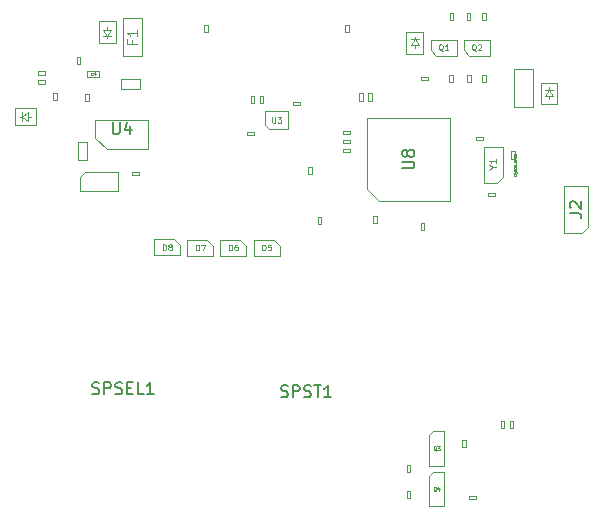
<source format=gbr>
G04 #@! TF.GenerationSoftware,KiCad,Pcbnew,7.0.6*
G04 #@! TF.CreationDate,2023-08-31T16:45:56-07:00*
G04 #@! TF.ProjectId,sgpp_main_pcb,73677070-5f6d-4616-996e-5f7063622e6b,1*
G04 #@! TF.SameCoordinates,Original*
G04 #@! TF.FileFunction,AssemblyDrawing,Top*
%FSLAX46Y46*%
G04 Gerber Fmt 4.6, Leading zero omitted, Abs format (unit mm)*
G04 Created by KiCad (PCBNEW 7.0.6) date 2023-08-31 16:45:56*
%MOMM*%
%LPD*%
G01*
G04 APERTURE LIST*
%ADD10C,0.040000*%
%ADD11C,0.050000*%
%ADD12C,0.150000*%
%ADD13C,0.075000*%
%ADD14C,0.030000*%
%ADD15C,0.080000*%
%ADD16C,0.120000*%
%ADD17C,0.100000*%
G04 APERTURE END LIST*
D10*
X134448950Y-84958699D02*
X134437046Y-84970604D01*
X134437046Y-84970604D02*
X134401331Y-84982508D01*
X134401331Y-84982508D02*
X134377522Y-84982508D01*
X134377522Y-84982508D02*
X134341808Y-84970604D01*
X134341808Y-84970604D02*
X134317998Y-84946794D01*
X134317998Y-84946794D02*
X134306093Y-84922984D01*
X134306093Y-84922984D02*
X134294189Y-84875365D01*
X134294189Y-84875365D02*
X134294189Y-84839651D01*
X134294189Y-84839651D02*
X134306093Y-84792032D01*
X134306093Y-84792032D02*
X134317998Y-84768223D01*
X134317998Y-84768223D02*
X134341808Y-84744413D01*
X134341808Y-84744413D02*
X134377522Y-84732508D01*
X134377522Y-84732508D02*
X134401331Y-84732508D01*
X134401331Y-84732508D02*
X134437046Y-84744413D01*
X134437046Y-84744413D02*
X134448950Y-84756318D01*
X134663236Y-84815842D02*
X134663236Y-84982508D01*
X134603712Y-84720604D02*
X134544189Y-84899175D01*
X134544189Y-84899175D02*
X134698950Y-84899175D01*
D11*
X163520123Y-116744476D02*
X163489647Y-116729238D01*
X163489647Y-116729238D02*
X163459171Y-116698762D01*
X163459171Y-116698762D02*
X163413457Y-116653047D01*
X163413457Y-116653047D02*
X163382980Y-116637809D01*
X163382980Y-116637809D02*
X163352504Y-116637809D01*
X163367742Y-116714000D02*
X163337266Y-116698762D01*
X163337266Y-116698762D02*
X163306790Y-116668285D01*
X163306790Y-116668285D02*
X163291552Y-116607333D01*
X163291552Y-116607333D02*
X163291552Y-116500666D01*
X163291552Y-116500666D02*
X163306790Y-116439714D01*
X163306790Y-116439714D02*
X163337266Y-116409238D01*
X163337266Y-116409238D02*
X163367742Y-116394000D01*
X163367742Y-116394000D02*
X163428695Y-116394000D01*
X163428695Y-116394000D02*
X163459171Y-116409238D01*
X163459171Y-116409238D02*
X163489647Y-116439714D01*
X163489647Y-116439714D02*
X163504885Y-116500666D01*
X163504885Y-116500666D02*
X163504885Y-116607333D01*
X163504885Y-116607333D02*
X163489647Y-116668285D01*
X163489647Y-116668285D02*
X163459171Y-116698762D01*
X163459171Y-116698762D02*
X163428695Y-116714000D01*
X163428695Y-116714000D02*
X163367742Y-116714000D01*
X163611552Y-116394000D02*
X163809647Y-116394000D01*
X163809647Y-116394000D02*
X163702980Y-116515904D01*
X163702980Y-116515904D02*
X163748695Y-116515904D01*
X163748695Y-116515904D02*
X163779171Y-116531142D01*
X163779171Y-116531142D02*
X163794409Y-116546381D01*
X163794409Y-116546381D02*
X163809647Y-116576857D01*
X163809647Y-116576857D02*
X163809647Y-116653047D01*
X163809647Y-116653047D02*
X163794409Y-116683523D01*
X163794409Y-116683523D02*
X163779171Y-116698762D01*
X163779171Y-116698762D02*
X163748695Y-116714000D01*
X163748695Y-116714000D02*
X163657266Y-116714000D01*
X163657266Y-116714000D02*
X163626790Y-116698762D01*
X163626790Y-116698762D02*
X163611552Y-116683523D01*
D12*
X160650499Y-92857257D02*
X161460022Y-92857257D01*
X161460022Y-92857257D02*
X161555260Y-92809638D01*
X161555260Y-92809638D02*
X161602880Y-92762019D01*
X161602880Y-92762019D02*
X161650499Y-92666781D01*
X161650499Y-92666781D02*
X161650499Y-92476305D01*
X161650499Y-92476305D02*
X161602880Y-92381067D01*
X161602880Y-92381067D02*
X161555260Y-92333448D01*
X161555260Y-92333448D02*
X161460022Y-92285829D01*
X161460022Y-92285829D02*
X160650499Y-92285829D01*
X161079070Y-91666781D02*
X161031451Y-91762019D01*
X161031451Y-91762019D02*
X160983832Y-91809638D01*
X160983832Y-91809638D02*
X160888594Y-91857257D01*
X160888594Y-91857257D02*
X160840975Y-91857257D01*
X160840975Y-91857257D02*
X160745737Y-91809638D01*
X160745737Y-91809638D02*
X160698118Y-91762019D01*
X160698118Y-91762019D02*
X160650499Y-91666781D01*
X160650499Y-91666781D02*
X160650499Y-91476305D01*
X160650499Y-91476305D02*
X160698118Y-91381067D01*
X160698118Y-91381067D02*
X160745737Y-91333448D01*
X160745737Y-91333448D02*
X160840975Y-91285829D01*
X160840975Y-91285829D02*
X160888594Y-91285829D01*
X160888594Y-91285829D02*
X160983832Y-91333448D01*
X160983832Y-91333448D02*
X161031451Y-91381067D01*
X161031451Y-91381067D02*
X161079070Y-91476305D01*
X161079070Y-91476305D02*
X161079070Y-91666781D01*
X161079070Y-91666781D02*
X161126689Y-91762019D01*
X161126689Y-91762019D02*
X161174308Y-91809638D01*
X161174308Y-91809638D02*
X161269546Y-91857257D01*
X161269546Y-91857257D02*
X161460022Y-91857257D01*
X161460022Y-91857257D02*
X161555260Y-91809638D01*
X161555260Y-91809638D02*
X161602880Y-91762019D01*
X161602880Y-91762019D02*
X161650499Y-91666781D01*
X161650499Y-91666781D02*
X161650499Y-91476305D01*
X161650499Y-91476305D02*
X161602880Y-91381067D01*
X161602880Y-91381067D02*
X161555260Y-91333448D01*
X161555260Y-91333448D02*
X161460022Y-91285829D01*
X161460022Y-91285829D02*
X161269546Y-91285829D01*
X161269546Y-91285829D02*
X161174308Y-91333448D01*
X161174308Y-91333448D02*
X161126689Y-91381067D01*
X161126689Y-91381067D02*
X161079070Y-91476305D01*
D13*
X148800626Y-99798729D02*
X148800626Y-99298729D01*
X148800626Y-99298729D02*
X148919674Y-99298729D01*
X148919674Y-99298729D02*
X148991102Y-99322539D01*
X148991102Y-99322539D02*
X149038721Y-99370158D01*
X149038721Y-99370158D02*
X149062531Y-99417777D01*
X149062531Y-99417777D02*
X149086340Y-99513015D01*
X149086340Y-99513015D02*
X149086340Y-99584443D01*
X149086340Y-99584443D02*
X149062531Y-99679681D01*
X149062531Y-99679681D02*
X149038721Y-99727300D01*
X149038721Y-99727300D02*
X148991102Y-99774920D01*
X148991102Y-99774920D02*
X148919674Y-99798729D01*
X148919674Y-99798729D02*
X148800626Y-99798729D01*
X149538721Y-99298729D02*
X149300626Y-99298729D01*
X149300626Y-99298729D02*
X149276817Y-99536824D01*
X149276817Y-99536824D02*
X149300626Y-99513015D01*
X149300626Y-99513015D02*
X149348245Y-99489205D01*
X149348245Y-99489205D02*
X149467293Y-99489205D01*
X149467293Y-99489205D02*
X149514912Y-99513015D01*
X149514912Y-99513015D02*
X149538721Y-99536824D01*
X149538721Y-99536824D02*
X149562531Y-99584443D01*
X149562531Y-99584443D02*
X149562531Y-99703491D01*
X149562531Y-99703491D02*
X149538721Y-99751110D01*
X149538721Y-99751110D02*
X149514912Y-99774920D01*
X149514912Y-99774920D02*
X149467293Y-99798729D01*
X149467293Y-99798729D02*
X149348245Y-99798729D01*
X149348245Y-99798729D02*
X149300626Y-99774920D01*
X149300626Y-99774920D02*
X149276817Y-99751110D01*
D12*
X134404762Y-111913200D02*
X134547619Y-111960819D01*
X134547619Y-111960819D02*
X134785714Y-111960819D01*
X134785714Y-111960819D02*
X134880952Y-111913200D01*
X134880952Y-111913200D02*
X134928571Y-111865580D01*
X134928571Y-111865580D02*
X134976190Y-111770342D01*
X134976190Y-111770342D02*
X134976190Y-111675104D01*
X134976190Y-111675104D02*
X134928571Y-111579866D01*
X134928571Y-111579866D02*
X134880952Y-111532247D01*
X134880952Y-111532247D02*
X134785714Y-111484628D01*
X134785714Y-111484628D02*
X134595238Y-111437009D01*
X134595238Y-111437009D02*
X134500000Y-111389390D01*
X134500000Y-111389390D02*
X134452381Y-111341771D01*
X134452381Y-111341771D02*
X134404762Y-111246533D01*
X134404762Y-111246533D02*
X134404762Y-111151295D01*
X134404762Y-111151295D02*
X134452381Y-111056057D01*
X134452381Y-111056057D02*
X134500000Y-111008438D01*
X134500000Y-111008438D02*
X134595238Y-110960819D01*
X134595238Y-110960819D02*
X134833333Y-110960819D01*
X134833333Y-110960819D02*
X134976190Y-111008438D01*
X135404762Y-111960819D02*
X135404762Y-110960819D01*
X135404762Y-110960819D02*
X135785714Y-110960819D01*
X135785714Y-110960819D02*
X135880952Y-111008438D01*
X135880952Y-111008438D02*
X135928571Y-111056057D01*
X135928571Y-111056057D02*
X135976190Y-111151295D01*
X135976190Y-111151295D02*
X135976190Y-111294152D01*
X135976190Y-111294152D02*
X135928571Y-111389390D01*
X135928571Y-111389390D02*
X135880952Y-111437009D01*
X135880952Y-111437009D02*
X135785714Y-111484628D01*
X135785714Y-111484628D02*
X135404762Y-111484628D01*
X136357143Y-111913200D02*
X136500000Y-111960819D01*
X136500000Y-111960819D02*
X136738095Y-111960819D01*
X136738095Y-111960819D02*
X136833333Y-111913200D01*
X136833333Y-111913200D02*
X136880952Y-111865580D01*
X136880952Y-111865580D02*
X136928571Y-111770342D01*
X136928571Y-111770342D02*
X136928571Y-111675104D01*
X136928571Y-111675104D02*
X136880952Y-111579866D01*
X136880952Y-111579866D02*
X136833333Y-111532247D01*
X136833333Y-111532247D02*
X136738095Y-111484628D01*
X136738095Y-111484628D02*
X136547619Y-111437009D01*
X136547619Y-111437009D02*
X136452381Y-111389390D01*
X136452381Y-111389390D02*
X136404762Y-111341771D01*
X136404762Y-111341771D02*
X136357143Y-111246533D01*
X136357143Y-111246533D02*
X136357143Y-111151295D01*
X136357143Y-111151295D02*
X136404762Y-111056057D01*
X136404762Y-111056057D02*
X136452381Y-111008438D01*
X136452381Y-111008438D02*
X136547619Y-110960819D01*
X136547619Y-110960819D02*
X136785714Y-110960819D01*
X136785714Y-110960819D02*
X136928571Y-111008438D01*
X137357143Y-111437009D02*
X137690476Y-111437009D01*
X137833333Y-111960819D02*
X137357143Y-111960819D01*
X137357143Y-111960819D02*
X137357143Y-110960819D01*
X137357143Y-110960819D02*
X137833333Y-110960819D01*
X138738095Y-111960819D02*
X138261905Y-111960819D01*
X138261905Y-111960819D02*
X138261905Y-110960819D01*
X139595238Y-111960819D02*
X139023810Y-111960819D01*
X139309524Y-111960819D02*
X139309524Y-110960819D01*
X139309524Y-110960819D02*
X139214286Y-111103676D01*
X139214286Y-111103676D02*
X139119048Y-111198914D01*
X139119048Y-111198914D02*
X139023810Y-111246533D01*
D11*
X163520123Y-120165514D02*
X163489647Y-120150276D01*
X163489647Y-120150276D02*
X163459171Y-120119800D01*
X163459171Y-120119800D02*
X163413457Y-120074085D01*
X163413457Y-120074085D02*
X163382980Y-120058847D01*
X163382980Y-120058847D02*
X163352504Y-120058847D01*
X163367742Y-120135038D02*
X163337266Y-120119800D01*
X163337266Y-120119800D02*
X163306790Y-120089323D01*
X163306790Y-120089323D02*
X163291552Y-120028371D01*
X163291552Y-120028371D02*
X163291552Y-119921704D01*
X163291552Y-119921704D02*
X163306790Y-119860752D01*
X163306790Y-119860752D02*
X163337266Y-119830276D01*
X163337266Y-119830276D02*
X163367742Y-119815038D01*
X163367742Y-119815038D02*
X163428695Y-119815038D01*
X163428695Y-119815038D02*
X163459171Y-119830276D01*
X163459171Y-119830276D02*
X163489647Y-119860752D01*
X163489647Y-119860752D02*
X163504885Y-119921704D01*
X163504885Y-119921704D02*
X163504885Y-120028371D01*
X163504885Y-120028371D02*
X163489647Y-120089323D01*
X163489647Y-120089323D02*
X163459171Y-120119800D01*
X163459171Y-120119800D02*
X163428695Y-120135038D01*
X163428695Y-120135038D02*
X163367742Y-120135038D01*
X163779171Y-119921704D02*
X163779171Y-120135038D01*
X163702980Y-119799800D02*
X163626790Y-120028371D01*
X163626790Y-120028371D02*
X163824885Y-120028371D01*
D13*
X143170626Y-99798729D02*
X143170626Y-99298729D01*
X143170626Y-99298729D02*
X143289674Y-99298729D01*
X143289674Y-99298729D02*
X143361102Y-99322539D01*
X143361102Y-99322539D02*
X143408721Y-99370158D01*
X143408721Y-99370158D02*
X143432531Y-99417777D01*
X143432531Y-99417777D02*
X143456340Y-99513015D01*
X143456340Y-99513015D02*
X143456340Y-99584443D01*
X143456340Y-99584443D02*
X143432531Y-99679681D01*
X143432531Y-99679681D02*
X143408721Y-99727300D01*
X143408721Y-99727300D02*
X143361102Y-99774920D01*
X143361102Y-99774920D02*
X143289674Y-99798729D01*
X143289674Y-99798729D02*
X143170626Y-99798729D01*
X143623007Y-99298729D02*
X143956340Y-99298729D01*
X143956340Y-99298729D02*
X143742055Y-99798729D01*
X140376626Y-99771729D02*
X140376626Y-99271729D01*
X140376626Y-99271729D02*
X140495674Y-99271729D01*
X140495674Y-99271729D02*
X140567102Y-99295539D01*
X140567102Y-99295539D02*
X140614721Y-99343158D01*
X140614721Y-99343158D02*
X140638531Y-99390777D01*
X140638531Y-99390777D02*
X140662340Y-99486015D01*
X140662340Y-99486015D02*
X140662340Y-99557443D01*
X140662340Y-99557443D02*
X140638531Y-99652681D01*
X140638531Y-99652681D02*
X140614721Y-99700300D01*
X140614721Y-99700300D02*
X140567102Y-99747920D01*
X140567102Y-99747920D02*
X140495674Y-99771729D01*
X140495674Y-99771729D02*
X140376626Y-99771729D01*
X140948055Y-99486015D02*
X140900436Y-99462205D01*
X140900436Y-99462205D02*
X140876626Y-99438396D01*
X140876626Y-99438396D02*
X140852817Y-99390777D01*
X140852817Y-99390777D02*
X140852817Y-99366967D01*
X140852817Y-99366967D02*
X140876626Y-99319348D01*
X140876626Y-99319348D02*
X140900436Y-99295539D01*
X140900436Y-99295539D02*
X140948055Y-99271729D01*
X140948055Y-99271729D02*
X141043293Y-99271729D01*
X141043293Y-99271729D02*
X141090912Y-99295539D01*
X141090912Y-99295539D02*
X141114721Y-99319348D01*
X141114721Y-99319348D02*
X141138531Y-99366967D01*
X141138531Y-99366967D02*
X141138531Y-99390777D01*
X141138531Y-99390777D02*
X141114721Y-99438396D01*
X141114721Y-99438396D02*
X141090912Y-99462205D01*
X141090912Y-99462205D02*
X141043293Y-99486015D01*
X141043293Y-99486015D02*
X140948055Y-99486015D01*
X140948055Y-99486015D02*
X140900436Y-99509824D01*
X140900436Y-99509824D02*
X140876626Y-99533634D01*
X140876626Y-99533634D02*
X140852817Y-99581253D01*
X140852817Y-99581253D02*
X140852817Y-99676491D01*
X140852817Y-99676491D02*
X140876626Y-99724110D01*
X140876626Y-99724110D02*
X140900436Y-99747920D01*
X140900436Y-99747920D02*
X140948055Y-99771729D01*
X140948055Y-99771729D02*
X141043293Y-99771729D01*
X141043293Y-99771729D02*
X141090912Y-99747920D01*
X141090912Y-99747920D02*
X141114721Y-99724110D01*
X141114721Y-99724110D02*
X141138531Y-99676491D01*
X141138531Y-99676491D02*
X141138531Y-99581253D01*
X141138531Y-99581253D02*
X141114721Y-99533634D01*
X141114721Y-99533634D02*
X141090912Y-99509824D01*
X141090912Y-99509824D02*
X141043293Y-99486015D01*
D14*
X170248516Y-93397133D02*
X170258040Y-93406657D01*
X170258040Y-93406657D02*
X170267563Y-93435228D01*
X170267563Y-93435228D02*
X170267563Y-93454276D01*
X170267563Y-93454276D02*
X170258040Y-93482847D01*
X170258040Y-93482847D02*
X170238992Y-93501895D01*
X170238992Y-93501895D02*
X170219944Y-93511418D01*
X170219944Y-93511418D02*
X170181849Y-93520942D01*
X170181849Y-93520942D02*
X170153278Y-93520942D01*
X170153278Y-93520942D02*
X170115182Y-93511418D01*
X170115182Y-93511418D02*
X170096135Y-93501895D01*
X170096135Y-93501895D02*
X170077087Y-93482847D01*
X170077087Y-93482847D02*
X170067563Y-93454276D01*
X170067563Y-93454276D02*
X170067563Y-93435228D01*
X170067563Y-93435228D02*
X170077087Y-93406657D01*
X170077087Y-93406657D02*
X170086611Y-93397133D01*
X170267563Y-93311418D02*
X170134230Y-93311418D01*
X170172325Y-93311418D02*
X170153278Y-93301895D01*
X170153278Y-93301895D02*
X170143754Y-93292371D01*
X170143754Y-93292371D02*
X170134230Y-93273323D01*
X170134230Y-93273323D02*
X170134230Y-93254276D01*
X170134230Y-93206656D02*
X170267563Y-93159037D01*
X170134230Y-93111418D02*
X170267563Y-93159037D01*
X170267563Y-93159037D02*
X170315182Y-93178085D01*
X170315182Y-93178085D02*
X170324706Y-93187608D01*
X170324706Y-93187608D02*
X170334230Y-93206656D01*
X170258040Y-93044751D02*
X170267563Y-93025704D01*
X170267563Y-93025704D02*
X170267563Y-92987608D01*
X170267563Y-92987608D02*
X170258040Y-92968561D01*
X170258040Y-92968561D02*
X170238992Y-92959037D01*
X170238992Y-92959037D02*
X170229468Y-92959037D01*
X170229468Y-92959037D02*
X170210420Y-92968561D01*
X170210420Y-92968561D02*
X170200897Y-92987608D01*
X170200897Y-92987608D02*
X170200897Y-93016180D01*
X170200897Y-93016180D02*
X170191373Y-93035227D01*
X170191373Y-93035227D02*
X170172325Y-93044751D01*
X170172325Y-93044751D02*
X170162801Y-93044751D01*
X170162801Y-93044751D02*
X170143754Y-93035227D01*
X170143754Y-93035227D02*
X170134230Y-93016180D01*
X170134230Y-93016180D02*
X170134230Y-92987608D01*
X170134230Y-92987608D02*
X170143754Y-92968561D01*
X170134230Y-92901894D02*
X170134230Y-92825703D01*
X170067563Y-92873322D02*
X170238992Y-92873322D01*
X170238992Y-92873322D02*
X170258040Y-92863799D01*
X170258040Y-92863799D02*
X170267563Y-92844751D01*
X170267563Y-92844751D02*
X170267563Y-92825703D01*
X170267563Y-92673322D02*
X170162801Y-92673322D01*
X170162801Y-92673322D02*
X170143754Y-92682846D01*
X170143754Y-92682846D02*
X170134230Y-92701894D01*
X170134230Y-92701894D02*
X170134230Y-92739989D01*
X170134230Y-92739989D02*
X170143754Y-92759036D01*
X170258040Y-92673322D02*
X170267563Y-92692370D01*
X170267563Y-92692370D02*
X170267563Y-92739989D01*
X170267563Y-92739989D02*
X170258040Y-92759036D01*
X170258040Y-92759036D02*
X170238992Y-92768560D01*
X170238992Y-92768560D02*
X170219944Y-92768560D01*
X170219944Y-92768560D02*
X170200897Y-92759036D01*
X170200897Y-92759036D02*
X170191373Y-92739989D01*
X170191373Y-92739989D02*
X170191373Y-92692370D01*
X170191373Y-92692370D02*
X170181849Y-92673322D01*
X170267563Y-92549513D02*
X170258040Y-92568561D01*
X170258040Y-92568561D02*
X170238992Y-92578084D01*
X170238992Y-92578084D02*
X170067563Y-92578084D01*
X170286611Y-92520942D02*
X170286611Y-92368561D01*
X170077087Y-92216180D02*
X170067563Y-92235227D01*
X170067563Y-92235227D02*
X170067563Y-92263799D01*
X170067563Y-92263799D02*
X170077087Y-92292370D01*
X170077087Y-92292370D02*
X170096135Y-92311418D01*
X170096135Y-92311418D02*
X170115182Y-92320941D01*
X170115182Y-92320941D02*
X170153278Y-92330465D01*
X170153278Y-92330465D02*
X170181849Y-92330465D01*
X170181849Y-92330465D02*
X170219944Y-92320941D01*
X170219944Y-92320941D02*
X170238992Y-92311418D01*
X170238992Y-92311418D02*
X170258040Y-92292370D01*
X170258040Y-92292370D02*
X170267563Y-92263799D01*
X170267563Y-92263799D02*
X170267563Y-92244751D01*
X170267563Y-92244751D02*
X170258040Y-92216180D01*
X170258040Y-92216180D02*
X170248516Y-92206656D01*
X170248516Y-92206656D02*
X170181849Y-92206656D01*
X170181849Y-92206656D02*
X170181849Y-92244751D01*
X170267563Y-92120941D02*
X170067563Y-92120941D01*
X170067563Y-92120941D02*
X170267563Y-92006656D01*
X170267563Y-92006656D02*
X170067563Y-92006656D01*
X170267563Y-91911417D02*
X170067563Y-91911417D01*
X170067563Y-91911417D02*
X170067563Y-91863798D01*
X170067563Y-91863798D02*
X170077087Y-91835227D01*
X170077087Y-91835227D02*
X170096135Y-91816179D01*
X170096135Y-91816179D02*
X170115182Y-91806656D01*
X170115182Y-91806656D02*
X170153278Y-91797132D01*
X170153278Y-91797132D02*
X170181849Y-91797132D01*
X170181849Y-91797132D02*
X170219944Y-91806656D01*
X170219944Y-91806656D02*
X170238992Y-91816179D01*
X170238992Y-91816179D02*
X170258040Y-91835227D01*
X170258040Y-91835227D02*
X170267563Y-91863798D01*
X170267563Y-91863798D02*
X170267563Y-91911417D01*
X170067563Y-91730465D02*
X170067563Y-91606656D01*
X170067563Y-91606656D02*
X170143754Y-91673322D01*
X170143754Y-91673322D02*
X170143754Y-91644751D01*
X170143754Y-91644751D02*
X170153278Y-91625703D01*
X170153278Y-91625703D02*
X170162801Y-91616179D01*
X170162801Y-91616179D02*
X170181849Y-91606656D01*
X170181849Y-91606656D02*
X170229468Y-91606656D01*
X170229468Y-91606656D02*
X170248516Y-91616179D01*
X170248516Y-91616179D02*
X170258040Y-91625703D01*
X170258040Y-91625703D02*
X170267563Y-91644751D01*
X170267563Y-91644751D02*
X170267563Y-91701894D01*
X170267563Y-91701894D02*
X170258040Y-91720941D01*
X170258040Y-91720941D02*
X170248516Y-91730465D01*
D15*
X168314297Y-92749514D02*
X168600011Y-92749514D01*
X168000011Y-92949514D02*
X168314297Y-92749514D01*
X168314297Y-92749514D02*
X168000011Y-92549514D01*
X168600011Y-92035228D02*
X168600011Y-92378085D01*
X168600011Y-92206656D02*
X168000011Y-92206656D01*
X168000011Y-92206656D02*
X168085725Y-92263799D01*
X168085725Y-92263799D02*
X168142868Y-92320942D01*
X168142868Y-92320942D02*
X168171440Y-92378085D01*
D13*
X145964626Y-99798729D02*
X145964626Y-99298729D01*
X145964626Y-99298729D02*
X146083674Y-99298729D01*
X146083674Y-99298729D02*
X146155102Y-99322539D01*
X146155102Y-99322539D02*
X146202721Y-99370158D01*
X146202721Y-99370158D02*
X146226531Y-99417777D01*
X146226531Y-99417777D02*
X146250340Y-99513015D01*
X146250340Y-99513015D02*
X146250340Y-99584443D01*
X146250340Y-99584443D02*
X146226531Y-99679681D01*
X146226531Y-99679681D02*
X146202721Y-99727300D01*
X146202721Y-99727300D02*
X146155102Y-99774920D01*
X146155102Y-99774920D02*
X146083674Y-99798729D01*
X146083674Y-99798729D02*
X145964626Y-99798729D01*
X146678912Y-99298729D02*
X146583674Y-99298729D01*
X146583674Y-99298729D02*
X146536055Y-99322539D01*
X146536055Y-99322539D02*
X146512245Y-99346348D01*
X146512245Y-99346348D02*
X146464626Y-99417777D01*
X146464626Y-99417777D02*
X146440817Y-99513015D01*
X146440817Y-99513015D02*
X146440817Y-99703491D01*
X146440817Y-99703491D02*
X146464626Y-99751110D01*
X146464626Y-99751110D02*
X146488436Y-99774920D01*
X146488436Y-99774920D02*
X146536055Y-99798729D01*
X146536055Y-99798729D02*
X146631293Y-99798729D01*
X146631293Y-99798729D02*
X146678912Y-99774920D01*
X146678912Y-99774920D02*
X146702721Y-99751110D01*
X146702721Y-99751110D02*
X146726531Y-99703491D01*
X146726531Y-99703491D02*
X146726531Y-99584443D01*
X146726531Y-99584443D02*
X146702721Y-99536824D01*
X146702721Y-99536824D02*
X146678912Y-99513015D01*
X146678912Y-99513015D02*
X146631293Y-99489205D01*
X146631293Y-99489205D02*
X146536055Y-99489205D01*
X146536055Y-99489205D02*
X146488436Y-99513015D01*
X146488436Y-99513015D02*
X146464626Y-99536824D01*
X146464626Y-99536824D02*
X146440817Y-99584443D01*
D12*
X174816419Y-96634133D02*
X175530704Y-96634133D01*
X175530704Y-96634133D02*
X175673561Y-96681752D01*
X175673561Y-96681752D02*
X175768800Y-96776990D01*
X175768800Y-96776990D02*
X175816419Y-96919847D01*
X175816419Y-96919847D02*
X175816419Y-97015085D01*
X174911657Y-96205561D02*
X174864038Y-96157942D01*
X174864038Y-96157942D02*
X174816419Y-96062704D01*
X174816419Y-96062704D02*
X174816419Y-95824609D01*
X174816419Y-95824609D02*
X174864038Y-95729371D01*
X174864038Y-95729371D02*
X174911657Y-95681752D01*
X174911657Y-95681752D02*
X175006895Y-95634133D01*
X175006895Y-95634133D02*
X175102133Y-95634133D01*
X175102133Y-95634133D02*
X175244990Y-95681752D01*
X175244990Y-95681752D02*
X175816419Y-96253180D01*
X175816419Y-96253180D02*
X175816419Y-95634133D01*
D13*
X166886392Y-82900566D02*
X166838773Y-82876757D01*
X166838773Y-82876757D02*
X166791154Y-82829138D01*
X166791154Y-82829138D02*
X166719726Y-82757709D01*
X166719726Y-82757709D02*
X166672107Y-82733899D01*
X166672107Y-82733899D02*
X166624488Y-82733899D01*
X166648297Y-82852947D02*
X166600678Y-82829138D01*
X166600678Y-82829138D02*
X166553059Y-82781518D01*
X166553059Y-82781518D02*
X166529250Y-82686280D01*
X166529250Y-82686280D02*
X166529250Y-82519614D01*
X166529250Y-82519614D02*
X166553059Y-82424376D01*
X166553059Y-82424376D02*
X166600678Y-82376757D01*
X166600678Y-82376757D02*
X166648297Y-82352947D01*
X166648297Y-82352947D02*
X166743535Y-82352947D01*
X166743535Y-82352947D02*
X166791154Y-82376757D01*
X166791154Y-82376757D02*
X166838773Y-82424376D01*
X166838773Y-82424376D02*
X166862583Y-82519614D01*
X166862583Y-82519614D02*
X166862583Y-82686280D01*
X166862583Y-82686280D02*
X166838773Y-82781518D01*
X166838773Y-82781518D02*
X166791154Y-82829138D01*
X166791154Y-82829138D02*
X166743535Y-82852947D01*
X166743535Y-82852947D02*
X166648297Y-82852947D01*
X167053060Y-82400566D02*
X167076869Y-82376757D01*
X167076869Y-82376757D02*
X167124488Y-82352947D01*
X167124488Y-82352947D02*
X167243536Y-82352947D01*
X167243536Y-82352947D02*
X167291155Y-82376757D01*
X167291155Y-82376757D02*
X167314964Y-82400566D01*
X167314964Y-82400566D02*
X167338774Y-82448185D01*
X167338774Y-82448185D02*
X167338774Y-82495804D01*
X167338774Y-82495804D02*
X167314964Y-82567233D01*
X167314964Y-82567233D02*
X167029250Y-82852947D01*
X167029250Y-82852947D02*
X167338774Y-82852947D01*
D12*
X150380952Y-112167200D02*
X150523809Y-112214819D01*
X150523809Y-112214819D02*
X150761904Y-112214819D01*
X150761904Y-112214819D02*
X150857142Y-112167200D01*
X150857142Y-112167200D02*
X150904761Y-112119580D01*
X150904761Y-112119580D02*
X150952380Y-112024342D01*
X150952380Y-112024342D02*
X150952380Y-111929104D01*
X150952380Y-111929104D02*
X150904761Y-111833866D01*
X150904761Y-111833866D02*
X150857142Y-111786247D01*
X150857142Y-111786247D02*
X150761904Y-111738628D01*
X150761904Y-111738628D02*
X150571428Y-111691009D01*
X150571428Y-111691009D02*
X150476190Y-111643390D01*
X150476190Y-111643390D02*
X150428571Y-111595771D01*
X150428571Y-111595771D02*
X150380952Y-111500533D01*
X150380952Y-111500533D02*
X150380952Y-111405295D01*
X150380952Y-111405295D02*
X150428571Y-111310057D01*
X150428571Y-111310057D02*
X150476190Y-111262438D01*
X150476190Y-111262438D02*
X150571428Y-111214819D01*
X150571428Y-111214819D02*
X150809523Y-111214819D01*
X150809523Y-111214819D02*
X150952380Y-111262438D01*
X151380952Y-112214819D02*
X151380952Y-111214819D01*
X151380952Y-111214819D02*
X151761904Y-111214819D01*
X151761904Y-111214819D02*
X151857142Y-111262438D01*
X151857142Y-111262438D02*
X151904761Y-111310057D01*
X151904761Y-111310057D02*
X151952380Y-111405295D01*
X151952380Y-111405295D02*
X151952380Y-111548152D01*
X151952380Y-111548152D02*
X151904761Y-111643390D01*
X151904761Y-111643390D02*
X151857142Y-111691009D01*
X151857142Y-111691009D02*
X151761904Y-111738628D01*
X151761904Y-111738628D02*
X151380952Y-111738628D01*
X152333333Y-112167200D02*
X152476190Y-112214819D01*
X152476190Y-112214819D02*
X152714285Y-112214819D01*
X152714285Y-112214819D02*
X152809523Y-112167200D01*
X152809523Y-112167200D02*
X152857142Y-112119580D01*
X152857142Y-112119580D02*
X152904761Y-112024342D01*
X152904761Y-112024342D02*
X152904761Y-111929104D01*
X152904761Y-111929104D02*
X152857142Y-111833866D01*
X152857142Y-111833866D02*
X152809523Y-111786247D01*
X152809523Y-111786247D02*
X152714285Y-111738628D01*
X152714285Y-111738628D02*
X152523809Y-111691009D01*
X152523809Y-111691009D02*
X152428571Y-111643390D01*
X152428571Y-111643390D02*
X152380952Y-111595771D01*
X152380952Y-111595771D02*
X152333333Y-111500533D01*
X152333333Y-111500533D02*
X152333333Y-111405295D01*
X152333333Y-111405295D02*
X152380952Y-111310057D01*
X152380952Y-111310057D02*
X152428571Y-111262438D01*
X152428571Y-111262438D02*
X152523809Y-111214819D01*
X152523809Y-111214819D02*
X152761904Y-111214819D01*
X152761904Y-111214819D02*
X152904761Y-111262438D01*
X153190476Y-111214819D02*
X153761904Y-111214819D01*
X153476190Y-112214819D02*
X153476190Y-111214819D01*
X154619047Y-112214819D02*
X154047619Y-112214819D01*
X154333333Y-112214819D02*
X154333333Y-111214819D01*
X154333333Y-111214819D02*
X154238095Y-111357676D01*
X154238095Y-111357676D02*
X154142857Y-111452914D01*
X154142857Y-111452914D02*
X154047619Y-111500533D01*
X136136852Y-88951259D02*
X136136852Y-89760782D01*
X136136852Y-89760782D02*
X136184471Y-89856020D01*
X136184471Y-89856020D02*
X136232090Y-89903640D01*
X136232090Y-89903640D02*
X136327328Y-89951259D01*
X136327328Y-89951259D02*
X136517804Y-89951259D01*
X136517804Y-89951259D02*
X136613042Y-89903640D01*
X136613042Y-89903640D02*
X136660661Y-89856020D01*
X136660661Y-89856020D02*
X136708280Y-89760782D01*
X136708280Y-89760782D02*
X136708280Y-88951259D01*
X137613042Y-89284592D02*
X137613042Y-89951259D01*
X137374947Y-88903640D02*
X137136852Y-89617925D01*
X137136852Y-89617925D02*
X137755899Y-89617925D01*
D13*
X164092392Y-82900566D02*
X164044773Y-82876757D01*
X164044773Y-82876757D02*
X163997154Y-82829138D01*
X163997154Y-82829138D02*
X163925726Y-82757709D01*
X163925726Y-82757709D02*
X163878107Y-82733899D01*
X163878107Y-82733899D02*
X163830488Y-82733899D01*
X163854297Y-82852947D02*
X163806678Y-82829138D01*
X163806678Y-82829138D02*
X163759059Y-82781518D01*
X163759059Y-82781518D02*
X163735250Y-82686280D01*
X163735250Y-82686280D02*
X163735250Y-82519614D01*
X163735250Y-82519614D02*
X163759059Y-82424376D01*
X163759059Y-82424376D02*
X163806678Y-82376757D01*
X163806678Y-82376757D02*
X163854297Y-82352947D01*
X163854297Y-82352947D02*
X163949535Y-82352947D01*
X163949535Y-82352947D02*
X163997154Y-82376757D01*
X163997154Y-82376757D02*
X164044773Y-82424376D01*
X164044773Y-82424376D02*
X164068583Y-82519614D01*
X164068583Y-82519614D02*
X164068583Y-82686280D01*
X164068583Y-82686280D02*
X164044773Y-82781518D01*
X164044773Y-82781518D02*
X163997154Y-82829138D01*
X163997154Y-82829138D02*
X163949535Y-82852947D01*
X163949535Y-82852947D02*
X163854297Y-82852947D01*
X164544774Y-82852947D02*
X164259060Y-82852947D01*
X164401917Y-82852947D02*
X164401917Y-82352947D01*
X164401917Y-82352947D02*
X164354298Y-82424376D01*
X164354298Y-82424376D02*
X164306679Y-82471995D01*
X164306679Y-82471995D02*
X164259060Y-82495804D01*
D16*
X137759344Y-82012828D02*
X137759344Y-82279494D01*
X138178392Y-82279494D02*
X137378392Y-82279494D01*
X137378392Y-82279494D02*
X137378392Y-81898542D01*
X138178392Y-81174733D02*
X138178392Y-81631876D01*
X138178392Y-81403304D02*
X137378392Y-81403304D01*
X137378392Y-81403304D02*
X137492677Y-81479495D01*
X137492677Y-81479495D02*
X137568868Y-81555685D01*
X137568868Y-81555685D02*
X137606963Y-81631876D01*
D15*
X149619593Y-88500149D02*
X149619593Y-88904911D01*
X149619593Y-88904911D02*
X149643403Y-88952530D01*
X149643403Y-88952530D02*
X149667212Y-88976340D01*
X149667212Y-88976340D02*
X149714831Y-89000149D01*
X149714831Y-89000149D02*
X149810069Y-89000149D01*
X149810069Y-89000149D02*
X149857688Y-88976340D01*
X149857688Y-88976340D02*
X149881498Y-88952530D01*
X149881498Y-88952530D02*
X149905307Y-88904911D01*
X149905307Y-88904911D02*
X149905307Y-88500149D01*
X150095784Y-88500149D02*
X150405308Y-88500149D01*
X150405308Y-88500149D02*
X150238641Y-88690625D01*
X150238641Y-88690625D02*
X150310070Y-88690625D01*
X150310070Y-88690625D02*
X150357689Y-88714435D01*
X150357689Y-88714435D02*
X150381498Y-88738244D01*
X150381498Y-88738244D02*
X150405308Y-88785863D01*
X150405308Y-88785863D02*
X150405308Y-88904911D01*
X150405308Y-88904911D02*
X150381498Y-88952530D01*
X150381498Y-88952530D02*
X150357689Y-88976340D01*
X150357689Y-88976340D02*
X150310070Y-89000149D01*
X150310070Y-89000149D02*
X150167213Y-89000149D01*
X150167213Y-89000149D02*
X150119594Y-88976340D01*
X150119594Y-88976340D02*
X150095784Y-88952530D01*
D17*
X129806617Y-84607101D02*
X130406617Y-84607101D01*
X129806617Y-84907101D02*
X129806617Y-84607101D01*
X130406617Y-84607101D02*
X130406617Y-84907101D01*
X130406617Y-84907101D02*
X129806617Y-84907101D01*
X134990617Y-85118934D02*
X133990617Y-85118934D01*
X134990617Y-84618934D02*
X134990617Y-85118934D01*
X133990617Y-85118934D02*
X133990617Y-84618934D01*
X133990617Y-84618934D02*
X134990617Y-84618934D01*
X133784200Y-87168000D02*
X133784200Y-86568000D01*
X134084200Y-87168000D02*
X133784200Y-87168000D01*
X133784200Y-86568000D02*
X134084200Y-86568000D01*
X134084200Y-86568000D02*
X134084200Y-87168000D01*
X133075057Y-83980021D02*
X133075057Y-83380021D01*
X133375057Y-83980021D02*
X133075057Y-83980021D01*
X133075057Y-83380021D02*
X133375057Y-83380021D01*
X133375057Y-83380021D02*
X133375057Y-83980021D01*
X130406617Y-85669101D02*
X129806617Y-85669101D01*
X130406617Y-85369101D02*
X130406617Y-85669101D01*
X129806617Y-85669101D02*
X129806617Y-85369101D01*
X129806617Y-85369101D02*
X130406617Y-85369101D01*
X131406387Y-86489101D02*
X131406387Y-87089101D01*
X131106387Y-86489101D02*
X131406387Y-86489101D01*
X131406387Y-87089101D02*
X131106387Y-87089101D01*
X131106387Y-87089101D02*
X131106387Y-86489101D01*
X127852600Y-87768200D02*
X129652600Y-87768200D01*
X127852600Y-89168200D02*
X127852600Y-87768200D01*
X128452600Y-88118200D02*
X128452600Y-88818200D01*
X128452600Y-88468200D02*
X128252600Y-88468200D01*
X128452600Y-88468200D02*
X128952600Y-88118200D01*
X128952600Y-88118200D02*
X128952600Y-88818200D01*
X128952600Y-88468200D02*
X129202600Y-88468200D01*
X128952600Y-88818200D02*
X128452600Y-88468200D01*
X129652600Y-87768200D02*
X129652600Y-89168200D01*
X129652600Y-89168200D02*
X127852600Y-89168200D01*
X162900600Y-115443562D02*
X163225600Y-115118562D01*
X162900600Y-118018562D02*
X162900600Y-115443562D01*
X163225600Y-115118562D02*
X164200600Y-115118562D01*
X164200600Y-115118562D02*
X164200600Y-118018562D01*
X164200600Y-118018562D02*
X162900600Y-118018562D01*
X158695680Y-95595353D02*
X157695680Y-94595353D01*
X164695680Y-95595353D02*
X158695680Y-95595353D01*
X157695680Y-94595353D02*
X157695680Y-88595353D01*
X157695680Y-88595353D02*
X164695680Y-88595353D01*
X164695680Y-88595353D02*
X164695680Y-95595353D01*
X168963200Y-114854000D02*
X168963200Y-114254000D01*
X169263200Y-114854000D02*
X168963200Y-114854000D01*
X168963200Y-114254000D02*
X169263200Y-114254000D01*
X169263200Y-114254000D02*
X169263200Y-114854000D01*
X170050600Y-114254000D02*
X170050600Y-114854000D01*
X169750600Y-114254000D02*
X170050600Y-114254000D01*
X170050600Y-114854000D02*
X169750600Y-114854000D01*
X169750600Y-114854000D02*
X169750600Y-114254000D01*
X168524200Y-95222200D02*
X167924200Y-95222200D01*
X168524200Y-94922200D02*
X168524200Y-95222200D01*
X167924200Y-95222200D02*
X167924200Y-94922200D01*
X167924200Y-94922200D02*
X168524200Y-94922200D01*
X173749078Y-85593791D02*
X173749078Y-87393791D01*
X172349078Y-85593791D02*
X173749078Y-85593791D01*
X173399078Y-86193791D02*
X172699078Y-86193791D01*
X173049078Y-86193791D02*
X173049078Y-85993791D01*
X173049078Y-86193791D02*
X173399078Y-86693791D01*
X173399078Y-86693791D02*
X172699078Y-86693791D01*
X173049078Y-86693791D02*
X173049078Y-86943791D01*
X172699078Y-86693791D02*
X173049078Y-86193791D01*
X173749078Y-87393791D02*
X172349078Y-87393791D01*
X172349078Y-87393791D02*
X172349078Y-85593791D01*
X162402814Y-81326323D02*
X162402814Y-83126323D01*
X161002814Y-81326323D02*
X162402814Y-81326323D01*
X162052814Y-81926323D02*
X161352814Y-81926323D01*
X161702814Y-81926323D02*
X161702814Y-81726323D01*
X161702814Y-81926323D02*
X162052814Y-82426323D01*
X162052814Y-82426323D02*
X161352814Y-82426323D01*
X161702814Y-82426323D02*
X161702814Y-82676323D01*
X161352814Y-82426323D02*
X161702814Y-81926323D01*
X162402814Y-83126323D02*
X161002814Y-83126323D01*
X161002814Y-83126323D02*
X161002814Y-81326323D01*
X161335407Y-117932482D02*
X161335407Y-118532482D01*
X161035407Y-117932482D02*
X161335407Y-117932482D01*
X161335407Y-118532482D02*
X161035407Y-118532482D01*
X161035407Y-118532482D02*
X161035407Y-117932482D01*
X166133024Y-85548716D02*
X166133024Y-84948716D01*
X166433024Y-85548716D02*
X166133024Y-85548716D01*
X166133024Y-84948716D02*
X166433024Y-84948716D01*
X166433024Y-84948716D02*
X166433024Y-85548716D01*
X162207100Y-98033897D02*
X162207100Y-97433897D01*
X162507100Y-98033897D02*
X162207100Y-98033897D01*
X162207100Y-97433897D02*
X162507100Y-97433897D01*
X162507100Y-97433897D02*
X162507100Y-98033897D01*
X134965956Y-82208529D02*
X134965956Y-80408529D01*
X136365956Y-82208529D02*
X134965956Y-82208529D01*
X135315956Y-81608529D02*
X136015956Y-81608529D01*
X135665956Y-81608529D02*
X135665956Y-81808529D01*
X135665956Y-81608529D02*
X135315956Y-81108529D01*
X135315956Y-81108529D02*
X136015956Y-81108529D01*
X135665956Y-81108529D02*
X135665956Y-80858529D01*
X136015956Y-81108529D02*
X135665956Y-81608529D01*
X134965956Y-80408529D02*
X136365956Y-80408529D01*
X136365956Y-80408529D02*
X136365956Y-82208529D01*
X157756304Y-87105125D02*
X157756304Y-86505125D01*
X158056304Y-87105125D02*
X157756304Y-87105125D01*
X157756304Y-86505125D02*
X158056304Y-86505125D01*
X158056304Y-86505125D02*
X158056304Y-87105125D01*
X137778163Y-93144934D02*
X138378163Y-93144934D01*
X137778163Y-93444934D02*
X137778163Y-93144934D01*
X138378163Y-93144934D02*
X138378163Y-93444934D01*
X138378163Y-93444934D02*
X137778163Y-93444934D01*
X164946362Y-79718927D02*
X164946362Y-80318927D01*
X164646362Y-79718927D02*
X164946362Y-79718927D01*
X164946362Y-80318927D02*
X164646362Y-80318927D01*
X164646362Y-80318927D02*
X164646362Y-79718927D01*
X158202939Y-97489723D02*
X158202939Y-96889723D01*
X158502939Y-97489723D02*
X158202939Y-97489723D01*
X158202939Y-96889723D02*
X158502939Y-96889723D01*
X158502939Y-96889723D02*
X158502939Y-97489723D01*
X152660910Y-93298611D02*
X152660910Y-92698611D01*
X152960910Y-93298611D02*
X152660910Y-93298611D01*
X152660910Y-92698611D02*
X152960910Y-92698611D01*
X152960910Y-92698611D02*
X152960910Y-93298611D01*
X149769674Y-98896320D02*
X148069674Y-98896320D01*
X150269674Y-99396320D02*
X149769674Y-98896320D01*
X150269674Y-100246320D02*
X150269674Y-99396320D01*
X150269674Y-100246320D02*
X148069674Y-100246320D01*
X148069674Y-100246320D02*
X148069674Y-98896320D01*
X148077200Y-90066000D02*
X147477200Y-90066000D01*
X148077200Y-89766000D02*
X148077200Y-90066000D01*
X147477200Y-90066000D02*
X147477200Y-89766000D01*
X147477200Y-89766000D02*
X148077200Y-89766000D01*
X151426885Y-87223476D02*
X152026885Y-87223476D01*
X151426885Y-87523476D02*
X151426885Y-87223476D01*
X152026885Y-87223476D02*
X152026885Y-87523476D01*
X152026885Y-87523476D02*
X151426885Y-87523476D01*
X162900600Y-118864600D02*
X163225600Y-118539600D01*
X162900600Y-121439600D02*
X162900600Y-118864600D01*
X163225600Y-118539600D02*
X164200600Y-118539600D01*
X164200600Y-118539600D02*
X164200600Y-121439600D01*
X164200600Y-121439600D02*
X162900600Y-121439600D01*
X162234600Y-85092400D02*
X162834600Y-85092400D01*
X162234600Y-85392400D02*
X162234600Y-85092400D01*
X162834600Y-85092400D02*
X162834600Y-85392400D01*
X162834600Y-85392400D02*
X162234600Y-85392400D01*
X155640853Y-91191188D02*
X156240853Y-91191188D01*
X155640853Y-91491188D02*
X155640853Y-91191188D01*
X156240853Y-91191188D02*
X156240853Y-91491188D01*
X156240853Y-91491188D02*
X155640853Y-91491188D01*
X170122381Y-87634740D02*
X170122381Y-84434740D01*
X171722381Y-87634740D02*
X170122381Y-87634740D01*
X170122381Y-84434740D02*
X171722381Y-84434740D01*
X171722381Y-84434740D02*
X171722381Y-87634740D01*
X153494600Y-97531200D02*
X153494600Y-96931200D01*
X153794600Y-97531200D02*
X153494600Y-97531200D01*
X153494600Y-96931200D02*
X153794600Y-96931200D01*
X153794600Y-96931200D02*
X153794600Y-97531200D01*
X167732546Y-79702900D02*
X167732546Y-80302900D01*
X167432546Y-79702900D02*
X167732546Y-79702900D01*
X167732546Y-80302900D02*
X167432546Y-80302900D01*
X167432546Y-80302900D02*
X167432546Y-79702900D01*
X144139674Y-98896320D02*
X142439674Y-98896320D01*
X144639674Y-99396320D02*
X144139674Y-98896320D01*
X144639674Y-100246320D02*
X144639674Y-99396320D01*
X144639674Y-100246320D02*
X142439674Y-100246320D01*
X142439674Y-100246320D02*
X142439674Y-98896320D01*
X133392607Y-93593901D02*
X133392607Y-94793901D01*
X133392607Y-94793901D02*
X136592607Y-94793901D01*
X133792607Y-93193901D02*
X133392607Y-93593901D01*
X136592607Y-93193901D02*
X133792607Y-93193901D01*
X136592607Y-94793901D02*
X136592607Y-93193901D01*
X141345674Y-98869320D02*
X139645674Y-98869320D01*
X141845674Y-99369320D02*
X141345674Y-98869320D01*
X141845674Y-100219320D02*
X141845674Y-99369320D01*
X141845674Y-100219320D02*
X139645674Y-100219320D01*
X139645674Y-100219320D02*
X139645674Y-98869320D01*
X167473180Y-90489353D02*
X166873180Y-90489353D01*
X167473180Y-90189353D02*
X167473180Y-90489353D01*
X166873180Y-90489353D02*
X166873180Y-90189353D01*
X166873180Y-90189353D02*
X167473180Y-90189353D01*
X155640853Y-90443353D02*
X156240853Y-90443353D01*
X155640853Y-90743353D02*
X155640853Y-90443353D01*
X156240853Y-90443353D02*
X156240853Y-90743353D01*
X156240853Y-90743353D02*
X155640853Y-90743353D01*
X143868000Y-81326000D02*
X143868000Y-80726000D01*
X144168000Y-81326000D02*
X143868000Y-81326000D01*
X143868000Y-80726000D02*
X144168000Y-80726000D01*
X144168000Y-80726000D02*
X144168000Y-81326000D01*
X168676600Y-94063800D02*
X167576600Y-94063800D01*
X169176600Y-93563800D02*
X168676600Y-94063800D01*
X169176600Y-93563800D02*
X169176600Y-91063800D01*
X167576600Y-91063800D02*
X167576600Y-94063800D01*
X169176600Y-91063800D02*
X167576600Y-91063800D01*
X136817200Y-85299600D02*
X138417200Y-85299600D01*
X136817200Y-86099600D02*
X136817200Y-85299600D01*
X138417200Y-85299600D02*
X138417200Y-86099600D01*
X138417200Y-86099600D02*
X136817200Y-86099600D01*
X167431248Y-85563783D02*
X167431248Y-84963783D01*
X167731248Y-85563783D02*
X167431248Y-85563783D01*
X167431248Y-84963783D02*
X167731248Y-84963783D01*
X167731248Y-84963783D02*
X167731248Y-85563783D01*
X166406061Y-79722188D02*
X166406061Y-80322188D01*
X166106061Y-79722188D02*
X166406061Y-79722188D01*
X166406061Y-80322188D02*
X166106061Y-80322188D01*
X166106061Y-80322188D02*
X166106061Y-79722188D01*
X166907409Y-120846962D02*
X166307409Y-120846962D01*
X166907409Y-120546962D02*
X166907409Y-120846962D01*
X166307409Y-120846962D02*
X166307409Y-120546962D01*
X166307409Y-120546962D02*
X166907409Y-120546962D01*
X155637393Y-89681353D02*
X156237393Y-89681353D01*
X155637393Y-89981353D02*
X155637393Y-89681353D01*
X156237393Y-89681353D02*
X156237393Y-89981353D01*
X156237393Y-89981353D02*
X155637393Y-89981353D01*
X146933674Y-98896320D02*
X145233674Y-98896320D01*
X147433674Y-99396320D02*
X146933674Y-98896320D01*
X147433674Y-100246320D02*
X147433674Y-99396320D01*
X147433674Y-100246320D02*
X145233674Y-100246320D01*
X145233674Y-100246320D02*
X145233674Y-98896320D01*
X176361600Y-97800800D02*
X175861600Y-98300800D01*
X176361600Y-94300800D02*
X176361600Y-97800800D01*
X175861600Y-98300800D02*
X174361600Y-98300800D01*
X174361600Y-98300800D02*
X174361600Y-94300800D01*
X174361600Y-94300800D02*
X176361600Y-94300800D01*
X170177600Y-91419400D02*
X170177600Y-92019400D01*
X169877600Y-91419400D02*
X170177600Y-91419400D01*
X170177600Y-92019400D02*
X169877600Y-92019400D01*
X169877600Y-92019400D02*
X169877600Y-91419400D01*
X164637763Y-85543797D02*
X164637763Y-84943797D01*
X164937763Y-85543797D02*
X164637763Y-85543797D01*
X164637763Y-84943797D02*
X164937763Y-84943797D01*
X164937763Y-84943797D02*
X164937763Y-85543797D01*
X156987453Y-87106612D02*
X156987453Y-86506612D01*
X157287453Y-87106612D02*
X156987453Y-87106612D01*
X156987453Y-86506612D02*
X157287453Y-86506612D01*
X157287453Y-86506612D02*
X157287453Y-87106612D01*
X147818546Y-87329825D02*
X147818546Y-86729825D01*
X148118546Y-87329825D02*
X147818546Y-87329825D01*
X147818546Y-86729825D02*
X148118546Y-86729825D01*
X148118546Y-86729825D02*
X148118546Y-87329825D01*
X133178316Y-92175351D02*
X133178316Y-90575351D01*
X133978316Y-92175351D02*
X133178316Y-92175351D01*
X133178316Y-90575351D02*
X133978316Y-90575351D01*
X133978316Y-90575351D02*
X133978316Y-92175351D01*
X166334012Y-83300538D02*
X168034012Y-83300538D01*
X165834012Y-82800538D02*
X166334012Y-83300538D01*
X165834012Y-81950538D02*
X165834012Y-82800538D01*
X165834012Y-81950538D02*
X168034012Y-81950538D01*
X168034012Y-81950538D02*
X168034012Y-83300538D01*
X156106000Y-80726000D02*
X156106000Y-81326000D01*
X155806000Y-80726000D02*
X156106000Y-80726000D01*
X156106000Y-81326000D02*
X155806000Y-81326000D01*
X155806000Y-81326000D02*
X155806000Y-80726000D01*
X166030287Y-115879600D02*
X166030287Y-116479600D01*
X165730287Y-115879600D02*
X166030287Y-115879600D01*
X166030287Y-116479600D02*
X165730287Y-116479600D01*
X165730287Y-116479600D02*
X165730287Y-115879600D01*
X135648757Y-91246440D02*
X134648757Y-90246440D01*
X139148757Y-91246440D02*
X135648757Y-91246440D01*
X134648757Y-90246440D02*
X134648757Y-88746440D01*
X134648757Y-88746440D02*
X139148757Y-88746440D01*
X139148757Y-88746440D02*
X139148757Y-91246440D01*
X161035407Y-120797600D02*
X161035407Y-120197600D01*
X161335407Y-120797600D02*
X161035407Y-120797600D01*
X161035407Y-120197600D02*
X161335407Y-120197600D01*
X161335407Y-120197600D02*
X161335407Y-120797600D01*
X163540012Y-83300538D02*
X165240012Y-83300538D01*
X163040012Y-82800538D02*
X163540012Y-83300538D01*
X163040012Y-81950538D02*
X163040012Y-82800538D01*
X163040012Y-81950538D02*
X165240012Y-81950538D01*
X165240012Y-81950538D02*
X165240012Y-83300538D01*
X138614537Y-80146162D02*
X138614537Y-83346162D01*
X137014537Y-80146162D02*
X138614537Y-80146162D01*
X138614537Y-83346162D02*
X137014537Y-83346162D01*
X137014537Y-83346162D02*
X137014537Y-80146162D01*
X149375546Y-89523000D02*
X149000546Y-89148000D01*
X151000546Y-89523000D02*
X149375546Y-89523000D01*
X149000546Y-89148000D02*
X149000546Y-88023000D01*
X149000546Y-88023000D02*
X151000546Y-88023000D01*
X151000546Y-88023000D02*
X151000546Y-89523000D01*
X148880546Y-86729825D02*
X148880546Y-87329825D01*
X148580546Y-86729825D02*
X148880546Y-86729825D01*
X148880546Y-87329825D02*
X148580546Y-87329825D01*
X148580546Y-87329825D02*
X148580546Y-86729825D01*
M02*

</source>
